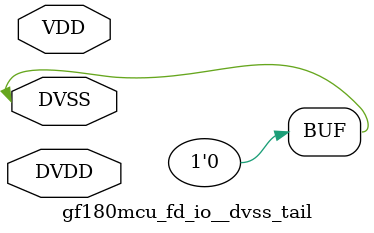
<source format=v>
module gf180mcu_fd_io__dvdd_tail (DVDD, DVSS, VSS);
        inout   DVDD;
        inout   DVSS;
        inout   VSS;
        supply1 DVDD;
endmodule

module gf180mcu_fd_io__dvss_tail (DVDD, DVSS, VDD);
        inout   DVDD;
        inout   DVSS;
        inout   VDD;
        supply0 DVSS;
endmodule

</source>
